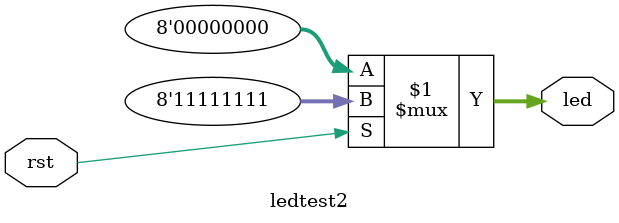
<source format=v>
module ledtest2(
input rst,
output [7:0] led
);

assign led= rst? 8'hFF:8'h00;

endmodule

</source>
